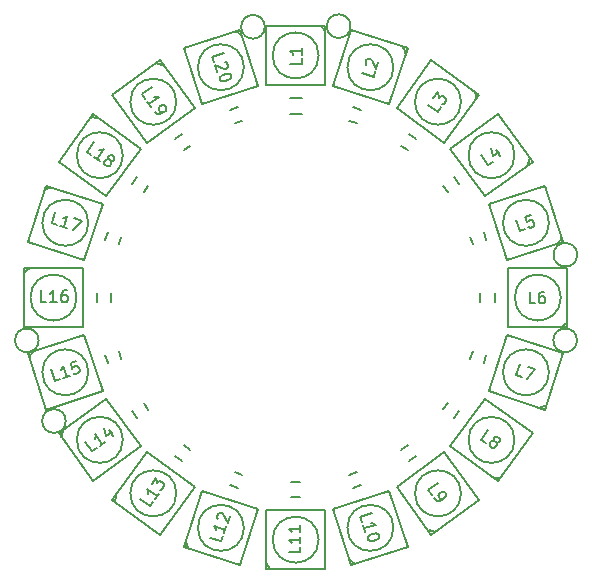
<source format=gto>
G04 #@! TF.FileFunction,Legend,Top*
%FSLAX46Y46*%
G04 Gerber Fmt 4.6, Leading zero omitted, Abs format (unit mm)*
G04 Created by KiCad (PCBNEW 4.0.1-stable) date 2/4/2016 5:51:54 PM*
%MOMM*%
G01*
G04 APERTURE LIST*
%ADD10C,0.100000*%
%ADD11C,0.150000*%
G04 APERTURE END LIST*
D10*
D11*
X182872540Y-58871210D02*
X183538280Y-59087522D01*
X183167460Y-60228790D02*
X182501720Y-60012478D01*
X187619515Y-61158865D02*
X188185827Y-61570315D01*
X187480485Y-62541135D02*
X186914173Y-62129685D01*
X191429685Y-64814173D02*
X191841135Y-65380485D01*
X190870315Y-66085827D02*
X190458865Y-65519515D01*
X193912478Y-69461720D02*
X194128790Y-70127460D01*
X192987522Y-70498280D02*
X192771210Y-69832540D01*
X194850000Y-74650000D02*
X194850000Y-75350000D01*
X193650000Y-75350000D02*
X193650000Y-74650000D01*
X194128790Y-79872540D02*
X193912478Y-80538280D01*
X192771210Y-80167460D02*
X192987522Y-79501720D01*
X191831135Y-84609515D02*
X191419685Y-85175827D01*
X190448865Y-84470485D02*
X190860315Y-83904173D01*
X188185827Y-88429685D02*
X187619515Y-88841135D01*
X186914173Y-87870315D02*
X187480485Y-87458865D01*
X183538280Y-90912478D02*
X182872540Y-91128790D01*
X182501720Y-89987522D02*
X183167460Y-89771210D01*
X178350000Y-91850000D02*
X177650000Y-91850000D01*
X177650000Y-90650000D02*
X178350000Y-90650000D01*
X173127460Y-91128790D02*
X172461720Y-90912478D01*
X172832540Y-89771210D02*
X173498280Y-89987522D01*
X168380485Y-88841135D02*
X167814173Y-88429685D01*
X168519515Y-87458865D02*
X169085827Y-87870315D01*
X164570315Y-85185827D02*
X164158865Y-84619515D01*
X165129685Y-83914173D02*
X165541135Y-84480485D01*
X162087522Y-80538280D02*
X161871210Y-79872540D01*
X163012478Y-79501720D02*
X163228790Y-80167460D01*
X161150000Y-75350000D02*
X161150000Y-74650000D01*
X162350000Y-74650000D02*
X162350000Y-75350000D01*
X161871210Y-70127460D02*
X162087522Y-69461720D01*
X163228790Y-69832540D02*
X163012478Y-70498280D01*
X164158865Y-65380485D02*
X164570315Y-64814173D01*
X165541135Y-65519515D02*
X165129685Y-66085827D01*
X167814173Y-61570315D02*
X168380485Y-61158865D01*
X169085827Y-62129685D02*
X168519515Y-62541135D01*
X172461720Y-59087522D02*
X173127460Y-58871210D01*
X173498280Y-60012478D02*
X172832540Y-60228790D01*
X182640000Y-52020000D02*
G75*
G03X182640000Y-52020000I-1000000J0D01*
G01*
X158540000Y-85450000D02*
G75*
G03X158540000Y-85450000I-1000000J0D01*
G01*
X156240000Y-78620000D02*
G75*
G03X156240000Y-78620000I-1000000J0D01*
G01*
X175390000Y-52080000D02*
G75*
G03X175390000Y-52080000I-1000000J0D01*
G01*
X201820000Y-78620000D02*
G75*
G03X201820000Y-78620000I-1000000J0D01*
G01*
X201840000Y-71380000D02*
G75*
G03X201840000Y-71380000I-1000000J0D01*
G01*
X178500000Y-59425000D02*
X177500000Y-59425000D01*
X177500000Y-58075000D02*
X178500000Y-58075000D01*
X179947434Y-54500000D02*
G75*
G03X179947434Y-54500000I-1947434J0D01*
G01*
X180450000Y-52450000D02*
X180150000Y-52000000D01*
X180150000Y-52000000D02*
X180150000Y-52050000D01*
X175500000Y-52000000D02*
X175500000Y-57000000D01*
X175500000Y-57000000D02*
X180500000Y-57000000D01*
X180500000Y-57000000D02*
X180500000Y-52000000D01*
X180500000Y-52000000D02*
X175500000Y-52000000D01*
X186277434Y-55500000D02*
G75*
G03X186277434Y-55500000I-1947434J0D01*
G01*
X187293573Y-54307426D02*
X187147314Y-53786745D01*
X187147314Y-53786745D02*
X187131863Y-53834298D01*
X182724901Y-52349816D02*
X181179816Y-57105099D01*
X181179816Y-57105099D02*
X185935099Y-58650184D01*
X185935099Y-58650184D02*
X187480184Y-53894901D01*
X187480184Y-53894901D02*
X182724901Y-52349816D01*
X191997434Y-58420000D02*
G75*
G03X191997434Y-58420000I-1947434J0D01*
G01*
X193237051Y-58201589D02*
X193258850Y-57661196D01*
X193258850Y-57661196D02*
X193229460Y-57701647D01*
X189496921Y-54927994D02*
X186557994Y-58973079D01*
X186557994Y-58973079D02*
X190603079Y-61912006D01*
X190603079Y-61912006D02*
X193542006Y-57866921D01*
X193542006Y-57866921D02*
X189496921Y-54927994D01*
X196527435Y-62950000D02*
G75*
G03X196527435Y-62950000I-1947435J0D01*
G01*
X197678559Y-63727132D02*
X197866281Y-63219923D01*
X197866281Y-63219923D02*
X197825830Y-63249313D01*
X195133079Y-59457994D02*
X191087994Y-62396921D01*
X191087994Y-62396921D02*
X194026921Y-66442006D01*
X194026921Y-66442006D02*
X198072006Y-63503079D01*
X198072006Y-63503079D02*
X195133079Y-59457994D01*
X199447434Y-68670000D02*
G75*
G03X199447434Y-68670000I-1947434J0D01*
G01*
X200206757Y-70366604D02*
X200542028Y-69942229D01*
X200542028Y-69942229D02*
X200494475Y-69957680D01*
X199105099Y-65519816D02*
X194349816Y-67064901D01*
X194349816Y-67064901D02*
X195894901Y-71820184D01*
X195894901Y-71820184D02*
X200650184Y-70275099D01*
X200650184Y-70275099D02*
X199105099Y-65519816D01*
X200447434Y-75000000D02*
G75*
G03X200447434Y-75000000I-1947434J0D01*
G01*
X200550000Y-77450000D02*
X201000000Y-77150000D01*
X201000000Y-77150000D02*
X200950000Y-77150000D01*
X201000000Y-72500000D02*
X196000000Y-72500000D01*
X196000000Y-72500000D02*
X196000000Y-77500000D01*
X196000000Y-77500000D02*
X201000000Y-77500000D01*
X201000000Y-77500000D02*
X201000000Y-72500000D01*
X199447434Y-81330000D02*
G75*
G03X199447434Y-81330000I-1947434J0D01*
G01*
X198692574Y-84293573D02*
X199213255Y-84147314D01*
X199213255Y-84147314D02*
X199165702Y-84131863D01*
X200650184Y-79724901D02*
X195894901Y-78179816D01*
X195894901Y-78179816D02*
X194349816Y-82935099D01*
X194349816Y-82935099D02*
X199105099Y-84480184D01*
X199105099Y-84480184D02*
X200650184Y-79724901D01*
X196527434Y-87050000D02*
G75*
G03X196527434Y-87050000I-1947434J0D01*
G01*
X194798411Y-90237051D02*
X195338804Y-90258850D01*
X195338804Y-90258850D02*
X195298353Y-90229460D01*
X198072006Y-86496921D02*
X194026921Y-83557994D01*
X194026921Y-83557994D02*
X191087994Y-87603079D01*
X191087994Y-87603079D02*
X195133079Y-90542006D01*
X195133079Y-90542006D02*
X198072006Y-86496921D01*
X191997435Y-91580000D02*
G75*
G03X191997435Y-91580000I-1947435J0D01*
G01*
X189272868Y-94678559D02*
X189780077Y-94866281D01*
X189780077Y-94866281D02*
X189750687Y-94825830D01*
X193542006Y-92133079D02*
X190603079Y-88087994D01*
X190603079Y-88087994D02*
X186557994Y-91026921D01*
X186557994Y-91026921D02*
X189496921Y-95072006D01*
X189496921Y-95072006D02*
X193542006Y-92133079D01*
X186277434Y-94500000D02*
G75*
G03X186277434Y-94500000I-1947434J0D01*
G01*
X182633396Y-97206757D02*
X183057771Y-97542028D01*
X183057771Y-97542028D02*
X183042320Y-97494475D01*
X187480184Y-96105099D02*
X185935099Y-91349816D01*
X185935099Y-91349816D02*
X181179816Y-92894901D01*
X181179816Y-92894901D02*
X182724901Y-97650184D01*
X182724901Y-97650184D02*
X187480184Y-96105099D01*
X179947434Y-95500000D02*
G75*
G03X179947434Y-95500000I-1947434J0D01*
G01*
X175550000Y-97550000D02*
X175850000Y-98000000D01*
X175850000Y-98000000D02*
X175850000Y-97950000D01*
X180500000Y-98000000D02*
X180500000Y-93000000D01*
X180500000Y-93000000D02*
X175500000Y-93000000D01*
X175500000Y-93000000D02*
X175500000Y-98000000D01*
X175500000Y-98000000D02*
X180500000Y-98000000D01*
X173617434Y-94500000D02*
G75*
G03X173617434Y-94500000I-1947434J0D01*
G01*
X168706427Y-95692574D02*
X168852686Y-96213255D01*
X168852686Y-96213255D02*
X168868137Y-96165702D01*
X173275099Y-97650184D02*
X174820184Y-92894901D01*
X174820184Y-92894901D02*
X170064901Y-91349816D01*
X170064901Y-91349816D02*
X168519816Y-96105099D01*
X168519816Y-96105099D02*
X173275099Y-97650184D01*
X167897434Y-91580000D02*
G75*
G03X167897434Y-91580000I-1947434J0D01*
G01*
X162762949Y-91798411D02*
X162741150Y-92338804D01*
X162741150Y-92338804D02*
X162770540Y-92298353D01*
X166503079Y-95072006D02*
X169442006Y-91026921D01*
X169442006Y-91026921D02*
X165396921Y-88087994D01*
X165396921Y-88087994D02*
X162457994Y-92133079D01*
X162457994Y-92133079D02*
X166503079Y-95072006D01*
X163367435Y-87050000D02*
G75*
G03X163367435Y-87050000I-1947435J0D01*
G01*
X158321441Y-86272868D02*
X158133719Y-86780077D01*
X158133719Y-86780077D02*
X158174170Y-86750687D01*
X160866921Y-90542006D02*
X164912006Y-87603079D01*
X164912006Y-87603079D02*
X161973079Y-83557994D01*
X161973079Y-83557994D02*
X157927994Y-86496921D01*
X157927994Y-86496921D02*
X160866921Y-90542006D01*
X160447434Y-81330000D02*
G75*
G03X160447434Y-81330000I-1947434J0D01*
G01*
X155793243Y-79633396D02*
X155457972Y-80057771D01*
X155457972Y-80057771D02*
X155505525Y-80042320D01*
X156894901Y-84480184D02*
X161650184Y-82935099D01*
X161650184Y-82935099D02*
X160105099Y-78179816D01*
X160105099Y-78179816D02*
X155349816Y-79724901D01*
X155349816Y-79724901D02*
X156894901Y-84480184D01*
X159447434Y-75000000D02*
G75*
G03X159447434Y-75000000I-1947434J0D01*
G01*
X155450000Y-72550000D02*
X155000000Y-72850000D01*
X155000000Y-72850000D02*
X155050000Y-72850000D01*
X155000000Y-77500000D02*
X160000000Y-77500000D01*
X160000000Y-77500000D02*
X160000000Y-72500000D01*
X160000000Y-72500000D02*
X155000000Y-72500000D01*
X155000000Y-72500000D02*
X155000000Y-77500000D01*
X160447434Y-68670000D02*
G75*
G03X160447434Y-68670000I-1947434J0D01*
G01*
X157307426Y-65706427D02*
X156786745Y-65852686D01*
X156786745Y-65852686D02*
X156834298Y-65868137D01*
X155349816Y-70275099D02*
X160105099Y-71820184D01*
X160105099Y-71820184D02*
X161650184Y-67064901D01*
X161650184Y-67064901D02*
X156894901Y-65519816D01*
X156894901Y-65519816D02*
X155349816Y-70275099D01*
X163367434Y-62950000D02*
G75*
G03X163367434Y-62950000I-1947434J0D01*
G01*
X161201589Y-59762949D02*
X160661196Y-59741150D01*
X160661196Y-59741150D02*
X160701647Y-59770540D01*
X157927994Y-63503079D02*
X161973079Y-66442006D01*
X161973079Y-66442006D02*
X164912006Y-62396921D01*
X164912006Y-62396921D02*
X160866921Y-59457994D01*
X160866921Y-59457994D02*
X157927994Y-63503079D01*
X167897435Y-58420000D02*
G75*
G03X167897435Y-58420000I-1947435J0D01*
G01*
X166727132Y-55321441D02*
X166219923Y-55133719D01*
X166219923Y-55133719D02*
X166249313Y-55174170D01*
X162457994Y-57866921D02*
X165396921Y-61912006D01*
X165396921Y-61912006D02*
X169442006Y-58973079D01*
X169442006Y-58973079D02*
X166503079Y-54927994D01*
X166503079Y-54927994D02*
X162457994Y-57866921D01*
X173617434Y-55500000D02*
G75*
G03X173617434Y-55500000I-1947434J0D01*
G01*
X173366604Y-52793243D02*
X172942229Y-52457972D01*
X172942229Y-52457972D02*
X172957680Y-52505525D01*
X168519816Y-53894901D02*
X170064901Y-58650184D01*
X170064901Y-58650184D02*
X174820184Y-57105099D01*
X174820184Y-57105099D02*
X173275099Y-52349816D01*
X173275099Y-52349816D02*
X168519816Y-53894901D01*
X178502381Y-54716666D02*
X178502381Y-55192857D01*
X177502381Y-55192857D01*
X178502381Y-53859523D02*
X178502381Y-54430952D01*
X178502381Y-54145238D02*
X177502381Y-54145238D01*
X177645238Y-54240476D01*
X177740476Y-54335714D01*
X177788095Y-54430952D01*
X184740839Y-55861306D02*
X184593688Y-56314191D01*
X183642632Y-56005174D01*
X183968650Y-55309989D02*
X183938077Y-55249986D01*
X183922218Y-55144694D01*
X183995794Y-54918251D01*
X184070513Y-54842390D01*
X184130516Y-54811816D01*
X184235808Y-54795958D01*
X184326385Y-54825388D01*
X184447535Y-54914822D01*
X184814415Y-55634864D01*
X185005711Y-55046115D01*
X190329082Y-58890579D02*
X190049184Y-59275825D01*
X189240167Y-58688040D01*
X189660014Y-58110170D02*
X190023881Y-57609350D01*
X190136149Y-58102941D01*
X190220119Y-57987366D01*
X190314623Y-57938307D01*
X190381137Y-57927772D01*
X190486177Y-57945228D01*
X190678800Y-58085176D01*
X190727859Y-58179680D01*
X190738394Y-58246195D01*
X190720939Y-58351234D01*
X190553000Y-58582382D01*
X190458496Y-58631441D01*
X190391982Y-58641976D01*
X194700005Y-63483788D02*
X194314759Y-63763686D01*
X193726973Y-62954669D01*
X194924542Y-62496606D02*
X195316399Y-63035951D01*
X194508001Y-62328359D02*
X194735225Y-63046177D01*
X195236045Y-62682310D01*
X197449183Y-69214747D02*
X196996298Y-69361898D01*
X196687281Y-68410841D01*
X197910069Y-68013533D02*
X197457184Y-68160684D01*
X197559047Y-68628283D01*
X197589620Y-68568280D01*
X197665482Y-68493561D01*
X197891924Y-68419985D01*
X197997216Y-68435844D01*
X198057220Y-68466417D01*
X198131938Y-68542280D01*
X198205514Y-68768721D01*
X198189656Y-68874013D01*
X198159082Y-68934017D01*
X198083221Y-69008735D01*
X197856778Y-69082311D01*
X197751486Y-69066453D01*
X197691483Y-69035879D01*
X198283334Y-75502381D02*
X197807143Y-75502381D01*
X197807143Y-74502381D01*
X199045239Y-74502381D02*
X198854762Y-74502381D01*
X198759524Y-74550000D01*
X198711905Y-74597619D01*
X198616667Y-74740476D01*
X198569048Y-74930952D01*
X198569048Y-75311905D01*
X198616667Y-75407143D01*
X198664286Y-75454762D01*
X198759524Y-75502381D01*
X198950001Y-75502381D01*
X199045239Y-75454762D01*
X199092858Y-75407143D01*
X199140477Y-75311905D01*
X199140477Y-75073810D01*
X199092858Y-74978571D01*
X199045239Y-74930952D01*
X198950001Y-74883333D01*
X198759524Y-74883333D01*
X198664286Y-74930952D01*
X198616667Y-74978571D01*
X198569048Y-75073810D01*
X197138694Y-81740839D02*
X196685809Y-81593688D01*
X196994826Y-80642632D01*
X197674153Y-80863358D02*
X198308191Y-81069370D01*
X197591577Y-81887990D01*
X194109421Y-87329082D02*
X193724175Y-87049184D01*
X194311960Y-86240167D01*
X194830545Y-87146684D02*
X194781485Y-87052180D01*
X194770951Y-86985665D01*
X194788405Y-86880626D01*
X194816395Y-86842102D01*
X194910899Y-86793042D01*
X194977414Y-86782508D01*
X195082453Y-86799963D01*
X195236552Y-86911922D01*
X195285611Y-87006426D01*
X195296146Y-87072941D01*
X195278691Y-87177979D01*
X195250701Y-87216504D01*
X195156197Y-87265563D01*
X195089683Y-87276098D01*
X194984644Y-87258643D01*
X194830545Y-87146684D01*
X194725506Y-87129229D01*
X194658992Y-87139764D01*
X194564487Y-87188824D01*
X194452528Y-87342922D01*
X194435073Y-87447961D01*
X194445608Y-87514475D01*
X194494667Y-87608980D01*
X194648766Y-87720939D01*
X194753805Y-87738394D01*
X194820320Y-87727859D01*
X194914824Y-87678800D01*
X195026783Y-87524701D01*
X195044238Y-87419662D01*
X195033703Y-87353147D01*
X194984644Y-87258643D01*
X189516212Y-91700005D02*
X189236314Y-91314759D01*
X190045331Y-90726973D01*
X189740130Y-92008202D02*
X189852089Y-92162300D01*
X189946594Y-92211360D01*
X190013108Y-92221895D01*
X190184661Y-92214975D01*
X190366750Y-92141541D01*
X190674947Y-91917622D01*
X190724006Y-91823118D01*
X190734541Y-91756604D01*
X190717086Y-91651565D01*
X190605127Y-91497466D01*
X190510623Y-91448406D01*
X190444108Y-91437872D01*
X190339069Y-91455326D01*
X190146447Y-91595275D01*
X190097387Y-91689779D01*
X190086851Y-91756294D01*
X190104306Y-91861333D01*
X190216266Y-92015432D01*
X190310770Y-92064492D01*
X190377285Y-92075026D01*
X190482324Y-92057571D01*
X183638102Y-93996298D02*
X183490951Y-93543414D01*
X184442008Y-93234397D01*
X183902974Y-94811490D02*
X183726393Y-94268028D01*
X183814683Y-94539758D02*
X184765740Y-94230741D01*
X184600445Y-94184310D01*
X184480438Y-94123163D01*
X184405719Y-94047302D01*
X185045327Y-95091221D02*
X185074757Y-95181799D01*
X185058899Y-95287091D01*
X185028326Y-95347094D01*
X184952464Y-95421813D01*
X184786026Y-95525961D01*
X184559583Y-95599537D01*
X184363714Y-95613109D01*
X184258423Y-95597251D01*
X184198419Y-95566678D01*
X184123701Y-95490816D01*
X184094270Y-95400238D01*
X184110128Y-95294946D01*
X184140702Y-95234943D01*
X184216563Y-95160224D01*
X184383002Y-95056076D01*
X184609444Y-94982500D01*
X184805313Y-94968928D01*
X184910605Y-94984786D01*
X184970608Y-95015360D01*
X185045327Y-95091221D01*
X178402381Y-96092857D02*
X178402381Y-96569048D01*
X177402381Y-96569048D01*
X178402381Y-95235714D02*
X178402381Y-95807143D01*
X178402381Y-95521429D02*
X177402381Y-95521429D01*
X177545238Y-95616667D01*
X177640476Y-95711905D01*
X177688095Y-95807143D01*
X178402381Y-94283333D02*
X178402381Y-94854762D01*
X178402381Y-94569048D02*
X177402381Y-94569048D01*
X177545238Y-94664286D01*
X177640476Y-94759524D01*
X177688095Y-94854762D01*
X171869484Y-95188183D02*
X171722333Y-95641067D01*
X170771277Y-95332050D01*
X172134356Y-94372991D02*
X171957775Y-94916453D01*
X172046065Y-94644722D02*
X171095009Y-94335705D01*
X171201444Y-94470427D01*
X171262590Y-94590434D01*
X171278448Y-94695726D01*
X171391597Y-93731098D02*
X171361023Y-93671094D01*
X171345165Y-93565802D01*
X171418741Y-93339360D01*
X171493460Y-93263498D01*
X171553463Y-93232925D01*
X171658755Y-93217066D01*
X171749331Y-93246497D01*
X171870481Y-93335930D01*
X172237361Y-94055973D01*
X172428658Y-93467223D01*
X165927060Y-92296145D02*
X165647162Y-92681392D01*
X164838145Y-92093606D01*
X166430876Y-91602702D02*
X166094999Y-92064998D01*
X166262937Y-91833850D02*
X165453920Y-91246065D01*
X165513514Y-91407083D01*
X165534584Y-91540112D01*
X165517129Y-91645151D01*
X165817787Y-90745245D02*
X166181655Y-90244424D01*
X166293922Y-90738015D01*
X166377892Y-90622440D01*
X166472396Y-90573381D01*
X166538911Y-90562846D01*
X166643950Y-90580302D01*
X166836573Y-90720250D01*
X166885633Y-90814755D01*
X166896168Y-90881269D01*
X166878713Y-90986308D01*
X166710774Y-91217456D01*
X166616269Y-91266515D01*
X166549755Y-91277050D01*
X161176883Y-87724006D02*
X160791636Y-88003904D01*
X160203851Y-87194887D01*
X161870326Y-87220190D02*
X161408030Y-87556067D01*
X161639178Y-87388129D02*
X161051392Y-86579112D01*
X161058312Y-86750665D01*
X161037243Y-86883694D01*
X160988183Y-86978198D01*
X162171912Y-86177029D02*
X162563769Y-86716374D01*
X161755370Y-86008781D02*
X161982594Y-86726600D01*
X162483415Y-86362732D01*
X158060502Y-81895890D02*
X157607618Y-82043041D01*
X157298601Y-81091984D01*
X158875694Y-81631018D02*
X158332232Y-81807599D01*
X158603962Y-81719309D02*
X158294945Y-80768252D01*
X158248514Y-80933547D01*
X158187367Y-81053554D01*
X158111506Y-81128273D01*
X159427156Y-80400375D02*
X158974272Y-80547526D01*
X159076134Y-81015124D01*
X159106707Y-80955121D01*
X159182569Y-80880402D01*
X159409012Y-80806827D01*
X159514304Y-80822685D01*
X159574307Y-80853258D01*
X159649026Y-80929121D01*
X159722601Y-81155563D01*
X159706743Y-81260854D01*
X159676170Y-81320858D01*
X159600308Y-81395576D01*
X159373865Y-81469152D01*
X159268574Y-81453294D01*
X159208570Y-81422721D01*
X156907143Y-75402381D02*
X156430952Y-75402381D01*
X156430952Y-74402381D01*
X157764286Y-75402381D02*
X157192857Y-75402381D01*
X157478571Y-75402381D02*
X157478571Y-74402381D01*
X157383333Y-74545238D01*
X157288095Y-74640476D01*
X157192857Y-74688095D01*
X158621429Y-74402381D02*
X158430952Y-74402381D01*
X158335714Y-74450000D01*
X158288095Y-74497619D01*
X158192857Y-74640476D01*
X158145238Y-74830952D01*
X158145238Y-75211905D01*
X158192857Y-75307143D01*
X158240476Y-75354762D01*
X158335714Y-75402381D01*
X158526191Y-75402381D01*
X158621429Y-75354762D01*
X158669048Y-75307143D01*
X158716667Y-75211905D01*
X158716667Y-74973810D01*
X158669048Y-74878571D01*
X158621429Y-74830952D01*
X158526191Y-74783333D01*
X158335714Y-74783333D01*
X158240476Y-74830952D01*
X158192857Y-74878571D01*
X158145238Y-74973810D01*
X157811817Y-68869484D02*
X157358933Y-68722333D01*
X157667950Y-67771277D01*
X158627009Y-69134356D02*
X158083547Y-68957775D01*
X158355278Y-69046065D02*
X158664295Y-68095009D01*
X158529573Y-68201444D01*
X158409566Y-68262590D01*
X158304274Y-68278448D01*
X159253044Y-68286305D02*
X159887082Y-68492316D01*
X159170469Y-69310937D01*
X160703855Y-62927060D02*
X160318608Y-62647162D01*
X160906394Y-61838145D01*
X161397298Y-63430876D02*
X160935002Y-63094999D01*
X161166150Y-63262937D02*
X161753935Y-62453920D01*
X161592917Y-62513514D01*
X161459888Y-62534584D01*
X161354849Y-62517129D01*
X162195471Y-63304457D02*
X162146411Y-63209953D01*
X162135876Y-63143439D01*
X162153331Y-63038400D01*
X162181321Y-62999875D01*
X162275825Y-62950816D01*
X162342339Y-62940281D01*
X162447378Y-62957736D01*
X162601477Y-63069696D01*
X162650537Y-63164200D01*
X162661072Y-63230714D01*
X162643617Y-63335753D01*
X162615627Y-63374277D01*
X162521123Y-63423337D01*
X162454609Y-63433872D01*
X162349570Y-63416417D01*
X162195471Y-63304457D01*
X162090432Y-63287002D01*
X162023917Y-63297537D01*
X161929413Y-63346597D01*
X161817454Y-63500696D01*
X161799999Y-63605735D01*
X161810534Y-63672249D01*
X161859593Y-63766753D01*
X162013692Y-63878713D01*
X162118731Y-63896168D01*
X162185245Y-63885633D01*
X162279750Y-63836573D01*
X162391709Y-63682475D01*
X162409164Y-63577435D01*
X162398629Y-63510921D01*
X162349570Y-63416417D01*
X165275994Y-58176883D02*
X164996096Y-57791636D01*
X165805113Y-57203851D01*
X165779810Y-58870326D02*
X165443933Y-58408030D01*
X165611871Y-58639178D02*
X166420888Y-58051392D01*
X166249335Y-58058312D01*
X166116306Y-58037243D01*
X166021802Y-57988183D01*
X166059708Y-59255572D02*
X166171667Y-59409670D01*
X166266171Y-59458730D01*
X166332686Y-59469265D01*
X166504239Y-59462345D01*
X166686327Y-59388911D01*
X166994524Y-59164992D01*
X167043584Y-59070488D01*
X167054119Y-59003974D01*
X167036664Y-58898935D01*
X166924704Y-58744836D01*
X166830200Y-58695776D01*
X166763686Y-58685241D01*
X166658647Y-58702696D01*
X166466024Y-58842645D01*
X166416965Y-58937149D01*
X166406429Y-59003664D01*
X166423884Y-59108703D01*
X166535843Y-59262802D01*
X166630347Y-59311861D01*
X166696863Y-59322396D01*
X166801902Y-59304941D01*
X171104110Y-55060502D02*
X170956959Y-54607618D01*
X171908016Y-54298601D01*
X172052881Y-55052645D02*
X172112884Y-55083219D01*
X172187603Y-55159080D01*
X172261178Y-55385523D01*
X172245320Y-55490815D01*
X172214747Y-55550818D01*
X172138885Y-55625537D01*
X172048308Y-55654967D01*
X171897728Y-55653824D01*
X171177686Y-55286944D01*
X171368982Y-55875694D01*
X172511335Y-56155425D02*
X172540765Y-56246003D01*
X172524907Y-56351295D01*
X172494334Y-56411298D01*
X172418472Y-56486017D01*
X172252034Y-56590165D01*
X172025591Y-56663741D01*
X171829722Y-56677313D01*
X171724431Y-56661455D01*
X171664427Y-56630882D01*
X171589709Y-56555020D01*
X171560278Y-56464442D01*
X171576136Y-56359150D01*
X171606710Y-56299147D01*
X171682571Y-56224428D01*
X171849010Y-56120280D01*
X172075452Y-56046704D01*
X172271321Y-56033132D01*
X172376613Y-56048990D01*
X172436616Y-56079564D01*
X172511335Y-56155425D01*
M02*

</source>
